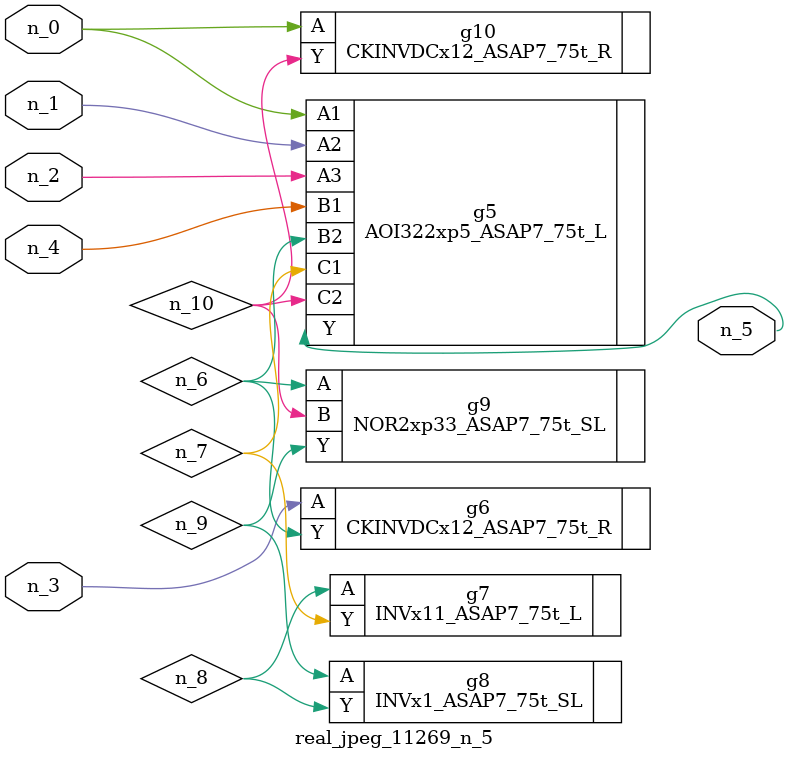
<source format=v>
module real_jpeg_11269_n_5 (n_4, n_0, n_1, n_2, n_3, n_5);

input n_4;
input n_0;
input n_1;
input n_2;
input n_3;

output n_5;

wire n_8;
wire n_6;
wire n_7;
wire n_10;
wire n_9;

AOI322xp5_ASAP7_75t_L g5 ( 
.A1(n_0),
.A2(n_1),
.A3(n_2),
.B1(n_4),
.B2(n_6),
.C1(n_7),
.C2(n_10),
.Y(n_5)
);

CKINVDCx12_ASAP7_75t_R g10 ( 
.A(n_0),
.Y(n_10)
);

CKINVDCx12_ASAP7_75t_R g6 ( 
.A(n_3),
.Y(n_6)
);

NOR2xp33_ASAP7_75t_SL g9 ( 
.A(n_6),
.B(n_10),
.Y(n_9)
);

INVx11_ASAP7_75t_L g7 ( 
.A(n_8),
.Y(n_7)
);

INVx1_ASAP7_75t_SL g8 ( 
.A(n_9),
.Y(n_8)
);


endmodule
</source>
